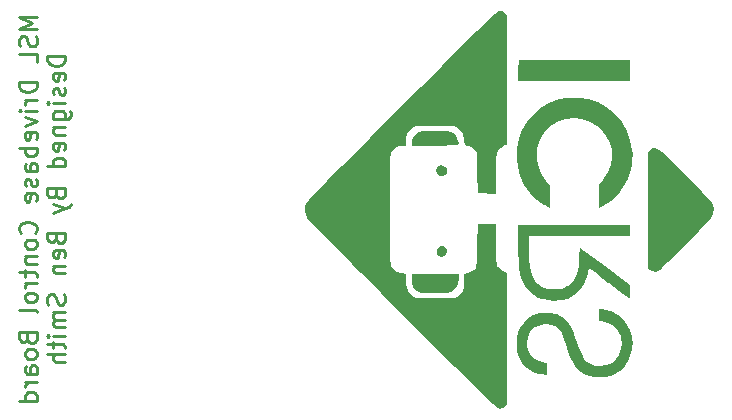
<source format=gbr>
%TF.GenerationSoftware,KiCad,Pcbnew,(6.0.5)*%
%TF.CreationDate,2023-01-28T00:33:00+00:00*%
%TF.ProjectId,Drivebase Board,44726976-6562-4617-9365-20426f617264,rev?*%
%TF.SameCoordinates,Original*%
%TF.FileFunction,Legend,Bot*%
%TF.FilePolarity,Positive*%
%FSLAX46Y46*%
G04 Gerber Fmt 4.6, Leading zero omitted, Abs format (unit mm)*
G04 Created by KiCad (PCBNEW (6.0.5)) date 2023-01-28 00:33:00*
%MOMM*%
%LPD*%
G01*
G04 APERTURE LIST*
%ADD10C,0.250000*%
G04 APERTURE END LIST*
D10*
X104371071Y-85962500D02*
X102871071Y-85962500D01*
X103942500Y-86462500D01*
X102871071Y-86962500D01*
X104371071Y-86962500D01*
X104299642Y-87605357D02*
X104371071Y-87819642D01*
X104371071Y-88176785D01*
X104299642Y-88319642D01*
X104228214Y-88391071D01*
X104085357Y-88462500D01*
X103942500Y-88462500D01*
X103799642Y-88391071D01*
X103728214Y-88319642D01*
X103656785Y-88176785D01*
X103585357Y-87891071D01*
X103513928Y-87748214D01*
X103442500Y-87676785D01*
X103299642Y-87605357D01*
X103156785Y-87605357D01*
X103013928Y-87676785D01*
X102942500Y-87748214D01*
X102871071Y-87891071D01*
X102871071Y-88248214D01*
X102942500Y-88462500D01*
X104371071Y-89819642D02*
X104371071Y-89105357D01*
X102871071Y-89105357D01*
X104371071Y-91462500D02*
X102871071Y-91462500D01*
X102871071Y-91819642D01*
X102942500Y-92033928D01*
X103085357Y-92176785D01*
X103228214Y-92248214D01*
X103513928Y-92319642D01*
X103728214Y-92319642D01*
X104013928Y-92248214D01*
X104156785Y-92176785D01*
X104299642Y-92033928D01*
X104371071Y-91819642D01*
X104371071Y-91462500D01*
X104371071Y-92962500D02*
X103371071Y-92962500D01*
X103656785Y-92962500D02*
X103513928Y-93033928D01*
X103442500Y-93105357D01*
X103371071Y-93248214D01*
X103371071Y-93391071D01*
X104371071Y-93891071D02*
X103371071Y-93891071D01*
X102871071Y-93891071D02*
X102942500Y-93819642D01*
X103013928Y-93891071D01*
X102942500Y-93962500D01*
X102871071Y-93891071D01*
X103013928Y-93891071D01*
X103371071Y-94462500D02*
X104371071Y-94819642D01*
X103371071Y-95176785D01*
X104299642Y-96319642D02*
X104371071Y-96176785D01*
X104371071Y-95891071D01*
X104299642Y-95748214D01*
X104156785Y-95676785D01*
X103585357Y-95676785D01*
X103442500Y-95748214D01*
X103371071Y-95891071D01*
X103371071Y-96176785D01*
X103442500Y-96319642D01*
X103585357Y-96391071D01*
X103728214Y-96391071D01*
X103871071Y-95676785D01*
X104371071Y-97033928D02*
X102871071Y-97033928D01*
X103442500Y-97033928D02*
X103371071Y-97176785D01*
X103371071Y-97462500D01*
X103442500Y-97605357D01*
X103513928Y-97676785D01*
X103656785Y-97748214D01*
X104085357Y-97748214D01*
X104228214Y-97676785D01*
X104299642Y-97605357D01*
X104371071Y-97462500D01*
X104371071Y-97176785D01*
X104299642Y-97033928D01*
X104371071Y-99033928D02*
X103585357Y-99033928D01*
X103442500Y-98962500D01*
X103371071Y-98819642D01*
X103371071Y-98533928D01*
X103442500Y-98391071D01*
X104299642Y-99033928D02*
X104371071Y-98891071D01*
X104371071Y-98533928D01*
X104299642Y-98391071D01*
X104156785Y-98319642D01*
X104013928Y-98319642D01*
X103871071Y-98391071D01*
X103799642Y-98533928D01*
X103799642Y-98891071D01*
X103728214Y-99033928D01*
X104299642Y-99676785D02*
X104371071Y-99819642D01*
X104371071Y-100105357D01*
X104299642Y-100248214D01*
X104156785Y-100319642D01*
X104085357Y-100319642D01*
X103942500Y-100248214D01*
X103871071Y-100105357D01*
X103871071Y-99891071D01*
X103799642Y-99748214D01*
X103656785Y-99676785D01*
X103585357Y-99676785D01*
X103442500Y-99748214D01*
X103371071Y-99891071D01*
X103371071Y-100105357D01*
X103442500Y-100248214D01*
X104299642Y-101533928D02*
X104371071Y-101391071D01*
X104371071Y-101105357D01*
X104299642Y-100962500D01*
X104156785Y-100891071D01*
X103585357Y-100891071D01*
X103442500Y-100962500D01*
X103371071Y-101105357D01*
X103371071Y-101391071D01*
X103442500Y-101533928D01*
X103585357Y-101605357D01*
X103728214Y-101605357D01*
X103871071Y-100891071D01*
X104228214Y-104248214D02*
X104299642Y-104176785D01*
X104371071Y-103962500D01*
X104371071Y-103819642D01*
X104299642Y-103605357D01*
X104156785Y-103462500D01*
X104013928Y-103391071D01*
X103728214Y-103319642D01*
X103513928Y-103319642D01*
X103228214Y-103391071D01*
X103085357Y-103462500D01*
X102942500Y-103605357D01*
X102871071Y-103819642D01*
X102871071Y-103962500D01*
X102942500Y-104176785D01*
X103013928Y-104248214D01*
X104371071Y-105105357D02*
X104299642Y-104962500D01*
X104228214Y-104891071D01*
X104085357Y-104819642D01*
X103656785Y-104819642D01*
X103513928Y-104891071D01*
X103442500Y-104962500D01*
X103371071Y-105105357D01*
X103371071Y-105319642D01*
X103442500Y-105462500D01*
X103513928Y-105533928D01*
X103656785Y-105605357D01*
X104085357Y-105605357D01*
X104228214Y-105533928D01*
X104299642Y-105462500D01*
X104371071Y-105319642D01*
X104371071Y-105105357D01*
X103371071Y-106248214D02*
X104371071Y-106248214D01*
X103513928Y-106248214D02*
X103442500Y-106319642D01*
X103371071Y-106462500D01*
X103371071Y-106676785D01*
X103442500Y-106819642D01*
X103585357Y-106891071D01*
X104371071Y-106891071D01*
X103371071Y-107391071D02*
X103371071Y-107962500D01*
X102871071Y-107605357D02*
X104156785Y-107605357D01*
X104299642Y-107676785D01*
X104371071Y-107819642D01*
X104371071Y-107962500D01*
X104371071Y-108462500D02*
X103371071Y-108462500D01*
X103656785Y-108462500D02*
X103513928Y-108533928D01*
X103442500Y-108605357D01*
X103371071Y-108748214D01*
X103371071Y-108891071D01*
X104371071Y-109605357D02*
X104299642Y-109462500D01*
X104228214Y-109391071D01*
X104085357Y-109319642D01*
X103656785Y-109319642D01*
X103513928Y-109391071D01*
X103442500Y-109462500D01*
X103371071Y-109605357D01*
X103371071Y-109819642D01*
X103442500Y-109962500D01*
X103513928Y-110033928D01*
X103656785Y-110105357D01*
X104085357Y-110105357D01*
X104228214Y-110033928D01*
X104299642Y-109962500D01*
X104371071Y-109819642D01*
X104371071Y-109605357D01*
X104371071Y-110962500D02*
X104299642Y-110819642D01*
X104156785Y-110748214D01*
X102871071Y-110748214D01*
X103585357Y-113176785D02*
X103656785Y-113391071D01*
X103728214Y-113462500D01*
X103871071Y-113533928D01*
X104085357Y-113533928D01*
X104228214Y-113462500D01*
X104299642Y-113391071D01*
X104371071Y-113248214D01*
X104371071Y-112676785D01*
X102871071Y-112676785D01*
X102871071Y-113176785D01*
X102942500Y-113319642D01*
X103013928Y-113391071D01*
X103156785Y-113462500D01*
X103299642Y-113462500D01*
X103442500Y-113391071D01*
X103513928Y-113319642D01*
X103585357Y-113176785D01*
X103585357Y-112676785D01*
X104371071Y-114391071D02*
X104299642Y-114248214D01*
X104228214Y-114176785D01*
X104085357Y-114105357D01*
X103656785Y-114105357D01*
X103513928Y-114176785D01*
X103442500Y-114248214D01*
X103371071Y-114391071D01*
X103371071Y-114605357D01*
X103442500Y-114748214D01*
X103513928Y-114819642D01*
X103656785Y-114891071D01*
X104085357Y-114891071D01*
X104228214Y-114819642D01*
X104299642Y-114748214D01*
X104371071Y-114605357D01*
X104371071Y-114391071D01*
X104371071Y-116176785D02*
X103585357Y-116176785D01*
X103442500Y-116105357D01*
X103371071Y-115962500D01*
X103371071Y-115676785D01*
X103442500Y-115533928D01*
X104299642Y-116176785D02*
X104371071Y-116033928D01*
X104371071Y-115676785D01*
X104299642Y-115533928D01*
X104156785Y-115462500D01*
X104013928Y-115462500D01*
X103871071Y-115533928D01*
X103799642Y-115676785D01*
X103799642Y-116033928D01*
X103728214Y-116176785D01*
X104371071Y-116891071D02*
X103371071Y-116891071D01*
X103656785Y-116891071D02*
X103513928Y-116962500D01*
X103442500Y-117033928D01*
X103371071Y-117176785D01*
X103371071Y-117319642D01*
X104371071Y-118462500D02*
X102871071Y-118462500D01*
X104299642Y-118462500D02*
X104371071Y-118319642D01*
X104371071Y-118033928D01*
X104299642Y-117891071D01*
X104228214Y-117819642D01*
X104085357Y-117748214D01*
X103656785Y-117748214D01*
X103513928Y-117819642D01*
X103442500Y-117891071D01*
X103371071Y-118033928D01*
X103371071Y-118319642D01*
X103442500Y-118462500D01*
X106786071Y-89248214D02*
X105286071Y-89248214D01*
X105286071Y-89605357D01*
X105357500Y-89819642D01*
X105500357Y-89962499D01*
X105643214Y-90033928D01*
X105928928Y-90105357D01*
X106143214Y-90105357D01*
X106428928Y-90033928D01*
X106571785Y-89962499D01*
X106714642Y-89819642D01*
X106786071Y-89605357D01*
X106786071Y-89248214D01*
X106714642Y-91319642D02*
X106786071Y-91176785D01*
X106786071Y-90891071D01*
X106714642Y-90748214D01*
X106571785Y-90676785D01*
X106000357Y-90676785D01*
X105857500Y-90748214D01*
X105786071Y-90891071D01*
X105786071Y-91176785D01*
X105857500Y-91319642D01*
X106000357Y-91391071D01*
X106143214Y-91391071D01*
X106286071Y-90676785D01*
X106714642Y-91962500D02*
X106786071Y-92105357D01*
X106786071Y-92391071D01*
X106714642Y-92533928D01*
X106571785Y-92605357D01*
X106500357Y-92605357D01*
X106357500Y-92533928D01*
X106286071Y-92391071D01*
X106286071Y-92176785D01*
X106214642Y-92033928D01*
X106071785Y-91962500D01*
X106000357Y-91962500D01*
X105857500Y-92033928D01*
X105786071Y-92176785D01*
X105786071Y-92391071D01*
X105857500Y-92533928D01*
X106786071Y-93248214D02*
X105786071Y-93248214D01*
X105286071Y-93248214D02*
X105357500Y-93176785D01*
X105428928Y-93248214D01*
X105357500Y-93319642D01*
X105286071Y-93248214D01*
X105428928Y-93248214D01*
X105786071Y-94605357D02*
X107000357Y-94605357D01*
X107143214Y-94533928D01*
X107214642Y-94462499D01*
X107286071Y-94319642D01*
X107286071Y-94105357D01*
X107214642Y-93962499D01*
X106714642Y-94605357D02*
X106786071Y-94462499D01*
X106786071Y-94176785D01*
X106714642Y-94033928D01*
X106643214Y-93962499D01*
X106500357Y-93891071D01*
X106071785Y-93891071D01*
X105928928Y-93962499D01*
X105857500Y-94033928D01*
X105786071Y-94176785D01*
X105786071Y-94462499D01*
X105857500Y-94605357D01*
X105786071Y-95319642D02*
X106786071Y-95319642D01*
X105928928Y-95319642D02*
X105857500Y-95391071D01*
X105786071Y-95533928D01*
X105786071Y-95748214D01*
X105857500Y-95891071D01*
X106000357Y-95962499D01*
X106786071Y-95962499D01*
X106714642Y-97248214D02*
X106786071Y-97105357D01*
X106786071Y-96819642D01*
X106714642Y-96676785D01*
X106571785Y-96605357D01*
X106000357Y-96605357D01*
X105857500Y-96676785D01*
X105786071Y-96819642D01*
X105786071Y-97105357D01*
X105857500Y-97248214D01*
X106000357Y-97319642D01*
X106143214Y-97319642D01*
X106286071Y-96605357D01*
X106786071Y-98605357D02*
X105286071Y-98605357D01*
X106714642Y-98605357D02*
X106786071Y-98462500D01*
X106786071Y-98176785D01*
X106714642Y-98033928D01*
X106643214Y-97962500D01*
X106500357Y-97891071D01*
X106071785Y-97891071D01*
X105928928Y-97962500D01*
X105857500Y-98033928D01*
X105786071Y-98176785D01*
X105786071Y-98462500D01*
X105857500Y-98605357D01*
X106000357Y-100962499D02*
X106071785Y-101176785D01*
X106143214Y-101248214D01*
X106286071Y-101319642D01*
X106500357Y-101319642D01*
X106643214Y-101248214D01*
X106714642Y-101176785D01*
X106786071Y-101033928D01*
X106786071Y-100462499D01*
X105286071Y-100462499D01*
X105286071Y-100962499D01*
X105357500Y-101105357D01*
X105428928Y-101176785D01*
X105571785Y-101248214D01*
X105714642Y-101248214D01*
X105857500Y-101176785D01*
X105928928Y-101105357D01*
X106000357Y-100962499D01*
X106000357Y-100462499D01*
X105786071Y-101819642D02*
X106786071Y-102176785D01*
X105786071Y-102533928D02*
X106786071Y-102176785D01*
X107143214Y-102033928D01*
X107214642Y-101962499D01*
X107286071Y-101819642D01*
X106000357Y-104748214D02*
X106071785Y-104962499D01*
X106143214Y-105033928D01*
X106286071Y-105105357D01*
X106500357Y-105105357D01*
X106643214Y-105033928D01*
X106714642Y-104962499D01*
X106786071Y-104819642D01*
X106786071Y-104248214D01*
X105286071Y-104248214D01*
X105286071Y-104748214D01*
X105357500Y-104891071D01*
X105428928Y-104962499D01*
X105571785Y-105033928D01*
X105714642Y-105033928D01*
X105857500Y-104962499D01*
X105928928Y-104891071D01*
X106000357Y-104748214D01*
X106000357Y-104248214D01*
X106714642Y-106319642D02*
X106786071Y-106176785D01*
X106786071Y-105891071D01*
X106714642Y-105748214D01*
X106571785Y-105676785D01*
X106000357Y-105676785D01*
X105857500Y-105748214D01*
X105786071Y-105891071D01*
X105786071Y-106176785D01*
X105857500Y-106319642D01*
X106000357Y-106391071D01*
X106143214Y-106391071D01*
X106286071Y-105676785D01*
X105786071Y-107033928D02*
X106786071Y-107033928D01*
X105928928Y-107033928D02*
X105857500Y-107105357D01*
X105786071Y-107248214D01*
X105786071Y-107462499D01*
X105857500Y-107605357D01*
X106000357Y-107676785D01*
X106786071Y-107676785D01*
X106714642Y-109462499D02*
X106786071Y-109676785D01*
X106786071Y-110033928D01*
X106714642Y-110176785D01*
X106643214Y-110248214D01*
X106500357Y-110319642D01*
X106357500Y-110319642D01*
X106214642Y-110248214D01*
X106143214Y-110176785D01*
X106071785Y-110033928D01*
X106000357Y-109748214D01*
X105928928Y-109605357D01*
X105857500Y-109533928D01*
X105714642Y-109462499D01*
X105571785Y-109462499D01*
X105428928Y-109533928D01*
X105357500Y-109605357D01*
X105286071Y-109748214D01*
X105286071Y-110105357D01*
X105357500Y-110319642D01*
X106786071Y-110962499D02*
X105786071Y-110962499D01*
X105928928Y-110962499D02*
X105857500Y-111033928D01*
X105786071Y-111176785D01*
X105786071Y-111391071D01*
X105857500Y-111533928D01*
X106000357Y-111605357D01*
X106786071Y-111605357D01*
X106000357Y-111605357D02*
X105857500Y-111676785D01*
X105786071Y-111819642D01*
X105786071Y-112033928D01*
X105857500Y-112176785D01*
X106000357Y-112248214D01*
X106786071Y-112248214D01*
X106786071Y-112962499D02*
X105786071Y-112962499D01*
X105286071Y-112962499D02*
X105357500Y-112891071D01*
X105428928Y-112962499D01*
X105357500Y-113033928D01*
X105286071Y-112962499D01*
X105428928Y-112962499D01*
X105786071Y-113462499D02*
X105786071Y-114033928D01*
X105286071Y-113676785D02*
X106571785Y-113676785D01*
X106714642Y-113748214D01*
X106786071Y-113891071D01*
X106786071Y-114033928D01*
X106786071Y-114533928D02*
X105286071Y-114533928D01*
X106786071Y-115176785D02*
X106000357Y-115176785D01*
X105857500Y-115105357D01*
X105786071Y-114962499D01*
X105786071Y-114748214D01*
X105857500Y-114605357D01*
X105928928Y-114533928D01*
%TO.C,G\u002A\u002A\u002A*%
G36*
X150367026Y-92809574D02*
G01*
X151164523Y-92936265D01*
X151893598Y-93188787D01*
X152573587Y-93574822D01*
X153223831Y-94102051D01*
X153400069Y-94274267D01*
X153920636Y-94899328D01*
X154321995Y-95593891D01*
X154611789Y-96373259D01*
X154797664Y-97252736D01*
X154822994Y-97466559D01*
X154831830Y-97730962D01*
X154812662Y-98034400D01*
X154763944Y-98430879D01*
X154668170Y-98928620D01*
X154411045Y-99694188D01*
X154038150Y-100398271D01*
X153562135Y-101022383D01*
X152995649Y-101548038D01*
X152351342Y-101956748D01*
X151989941Y-102139884D01*
X151989941Y-100093847D01*
X152301027Y-99744149D01*
X152387241Y-99643299D01*
X152758163Y-99081799D01*
X152994103Y-98478269D01*
X153095650Y-97851701D01*
X153063390Y-97221090D01*
X152897911Y-96605429D01*
X152599799Y-96023711D01*
X152169642Y-95494928D01*
X151816031Y-95187431D01*
X151229111Y-94837988D01*
X150581091Y-94623768D01*
X149882800Y-94549248D01*
X149864441Y-94549217D01*
X149197357Y-94617382D01*
X148576380Y-94811347D01*
X148017780Y-95117470D01*
X147537827Y-95522110D01*
X147152791Y-96011623D01*
X146878942Y-96572367D01*
X146732550Y-97190701D01*
X146712880Y-97395085D01*
X146725560Y-98100886D01*
X146866328Y-98749162D01*
X147131548Y-99327716D01*
X147517586Y-99824354D01*
X147856805Y-100168433D01*
X147856805Y-102147526D01*
X147391305Y-101898208D01*
X147362305Y-101882294D01*
X147069004Y-101692680D01*
X146747473Y-101445839D01*
X146462260Y-101190912D01*
X146149178Y-100851360D01*
X145674301Y-100177339D01*
X145325513Y-99448771D01*
X145102910Y-98682547D01*
X145006590Y-97895560D01*
X145036647Y-97104704D01*
X145193179Y-96326870D01*
X145476282Y-95578951D01*
X145886052Y-94877841D01*
X146422587Y-94240431D01*
X146933539Y-93781909D01*
X147601806Y-93333711D01*
X148312401Y-93023478D01*
X149081024Y-92844709D01*
X149923373Y-92790903D01*
X150367026Y-92809574D01*
G37*
G36*
X143736186Y-85481502D02*
G01*
X143990102Y-85638965D01*
X144174556Y-85823420D01*
X144174556Y-96791721D01*
X144005473Y-96842996D01*
X143842896Y-96921110D01*
X143660168Y-97054717D01*
X143646628Y-97067096D01*
X143529299Y-97183593D01*
X143439417Y-97304055D01*
X143373343Y-97449384D01*
X143327440Y-97640483D01*
X143298070Y-97898254D01*
X143281595Y-98243600D01*
X143274378Y-98697424D01*
X143272781Y-99280627D01*
X143272781Y-100940243D01*
X141732249Y-100897411D01*
X141694675Y-99151499D01*
X141657101Y-97405586D01*
X141419452Y-97168106D01*
X141203283Y-97000950D01*
X140893416Y-96884057D01*
X140605030Y-96837488D01*
X140567456Y-96374186D01*
X140559951Y-96295138D01*
X140475207Y-95910136D01*
X140301146Y-95607817D01*
X140012479Y-95341107D01*
X139958949Y-95303915D01*
X139877109Y-95262678D01*
X139768334Y-95232357D01*
X139612065Y-95211285D01*
X139387742Y-95197797D01*
X139074805Y-95190226D01*
X138652694Y-95186905D01*
X138100850Y-95186168D01*
X138030718Y-95186170D01*
X137497645Y-95186767D01*
X137091472Y-95189767D01*
X136791205Y-95197105D01*
X136575852Y-95210717D01*
X136424424Y-95232537D01*
X136315926Y-95264501D01*
X136229368Y-95308545D01*
X136143758Y-95366604D01*
X136082327Y-95414420D01*
X135834160Y-95711424D01*
X135669865Y-96094284D01*
X135609343Y-96520044D01*
X135607692Y-96876997D01*
X135299908Y-96876997D01*
X135021712Y-96910968D01*
X134687941Y-97071248D01*
X134434298Y-97356857D01*
X134406934Y-97407161D01*
X134381916Y-97472060D01*
X134360830Y-97559964D01*
X134343343Y-97682444D01*
X134329120Y-97851073D01*
X134317825Y-98077422D01*
X134309123Y-98373063D01*
X134302679Y-98749568D01*
X134298158Y-99218509D01*
X134295226Y-99791459D01*
X134293546Y-100479988D01*
X134292783Y-101295669D01*
X134292604Y-102250074D01*
X134292670Y-102798274D01*
X134293253Y-103677314D01*
X134294699Y-104424005D01*
X134297319Y-105049893D01*
X134301427Y-105566528D01*
X134307336Y-105985456D01*
X134315357Y-106318226D01*
X134325805Y-106576386D01*
X134338992Y-106771483D01*
X134355231Y-106915065D01*
X134374834Y-107018681D01*
X134398114Y-107093878D01*
X134425385Y-107152204D01*
X134574509Y-107350966D01*
X134877046Y-107551000D01*
X135299212Y-107668180D01*
X135607692Y-107717508D01*
X135607692Y-108255589D01*
X135614672Y-108457315D01*
X135706492Y-108952023D01*
X135902844Y-109345788D01*
X136201202Y-109632751D01*
X136262921Y-109672145D01*
X136354295Y-109718624D01*
X136464817Y-109752505D01*
X136616345Y-109775776D01*
X136830736Y-109790419D01*
X137129849Y-109798421D01*
X137535540Y-109801766D01*
X138069668Y-109802440D01*
X138306847Y-109802320D01*
X138789095Y-109800396D01*
X139152465Y-109794657D01*
X139419238Y-109783232D01*
X139611694Y-109764253D01*
X139752114Y-109735849D01*
X139862778Y-109696150D01*
X139965969Y-109643286D01*
X140240286Y-109437803D01*
X140429113Y-109161030D01*
X140534636Y-108794240D01*
X140567456Y-108314008D01*
X140567456Y-107710240D01*
X140811686Y-107657645D01*
X141058501Y-107587028D01*
X141368220Y-107428985D01*
X141560938Y-107227846D01*
X141565345Y-107219388D01*
X141601148Y-107083183D01*
X141631388Y-106831093D01*
X141656659Y-106454522D01*
X141677557Y-105944878D01*
X141694675Y-105293565D01*
X141732249Y-103527588D01*
X142502515Y-103506173D01*
X143272781Y-103484757D01*
X143272781Y-105167101D01*
X143273228Y-105663998D01*
X143275907Y-106093396D01*
X143282700Y-106412846D01*
X143295488Y-106643602D01*
X143316151Y-106806919D01*
X143346568Y-106924052D01*
X143388622Y-107016257D01*
X143444191Y-107104789D01*
X143466266Y-107135836D01*
X143665101Y-107345092D01*
X143894875Y-107510429D01*
X144174150Y-107660725D01*
X144174353Y-113206300D01*
X144174556Y-118751876D01*
X143990102Y-118936330D01*
X143841616Y-119048700D01*
X143558841Y-119120784D01*
X143545060Y-119120030D01*
X143501826Y-119109146D01*
X143444844Y-119081416D01*
X143368980Y-119031866D01*
X143269102Y-118955519D01*
X143140076Y-118847400D01*
X142976769Y-118702534D01*
X142774048Y-118515946D01*
X142526779Y-118282659D01*
X142229829Y-117997699D01*
X141878065Y-117656090D01*
X141466353Y-117252857D01*
X140989560Y-116783024D01*
X140442554Y-116241616D01*
X139820199Y-115623657D01*
X139117365Y-114924172D01*
X138328916Y-114138186D01*
X137449720Y-113260723D01*
X136474643Y-112286807D01*
X135398552Y-111211464D01*
X135285926Y-111098886D01*
X134375686Y-110188215D01*
X133493053Y-109303737D01*
X132644093Y-108451596D01*
X131834873Y-107637938D01*
X131071460Y-106868908D01*
X130359919Y-106150651D01*
X129706316Y-105489314D01*
X129116719Y-104891040D01*
X128597193Y-104361976D01*
X128153804Y-103908267D01*
X127792619Y-103536057D01*
X127519704Y-103251493D01*
X127341126Y-103060720D01*
X127262950Y-102969882D01*
X127228618Y-102916087D01*
X127067045Y-102518560D01*
X127052512Y-102108585D01*
X127185995Y-101702257D01*
X127250831Y-101622196D01*
X127417650Y-101440144D01*
X127680293Y-101163049D01*
X128033263Y-100796494D01*
X128471063Y-100346062D01*
X128988196Y-99817336D01*
X129579165Y-99215901D01*
X130238472Y-98547339D01*
X130960621Y-97817234D01*
X131740114Y-97031169D01*
X132571455Y-96194728D01*
X133449146Y-95313493D01*
X134367690Y-94393049D01*
X135321590Y-93438979D01*
X135843403Y-92917592D01*
X136876824Y-91885320D01*
X137811595Y-90952157D01*
X138652825Y-90113152D01*
X139405621Y-89363355D01*
X140075092Y-88697813D01*
X140666344Y-88111576D01*
X141184486Y-87599694D01*
X141634625Y-87157214D01*
X142021870Y-86779185D01*
X142351328Y-86460658D01*
X142628107Y-86196680D01*
X142857315Y-85982300D01*
X143044059Y-85812568D01*
X143193448Y-85682533D01*
X143310589Y-85587242D01*
X143400590Y-85521746D01*
X143468560Y-85481093D01*
X143519604Y-85460332D01*
X143558833Y-85454511D01*
X143736186Y-85481502D01*
G37*
G36*
X139002219Y-105493082D02*
G01*
X139099757Y-105624585D01*
X139128712Y-105854621D01*
X139022662Y-106103471D01*
X138861785Y-106235393D01*
X138654715Y-106265340D01*
X138452420Y-106198093D01*
X138298829Y-106048813D01*
X138237870Y-105832657D01*
X138253894Y-105707688D01*
X138369112Y-105506775D01*
X138560235Y-105391599D01*
X138785269Y-105380815D01*
X139002219Y-105493082D01*
G37*
G36*
X154620118Y-104542085D02*
G01*
X146053255Y-104542085D01*
X146053255Y-105710831D01*
X146069977Y-106462587D01*
X146124513Y-107092396D01*
X146222289Y-107605678D01*
X146368724Y-108017633D01*
X146569240Y-108343462D01*
X146829260Y-108598365D01*
X147154205Y-108797543D01*
X147167404Y-108804007D01*
X147413447Y-108913097D01*
X147634014Y-108976329D01*
X147887562Y-109005309D01*
X148232544Y-109011644D01*
X148316935Y-109011187D01*
X148627590Y-109000648D01*
X148854969Y-108967508D01*
X149053886Y-108899961D01*
X149279156Y-108786200D01*
X149388865Y-108722378D01*
X149670961Y-108508828D01*
X149891513Y-108245356D01*
X150058836Y-107912152D01*
X150181248Y-107489408D01*
X150267064Y-106957317D01*
X150324600Y-106296070D01*
X150374260Y-105508251D01*
X152492342Y-107072949D01*
X154610424Y-108637648D01*
X154615271Y-109220044D01*
X154615541Y-109288871D01*
X154610338Y-109550106D01*
X154596629Y-109733336D01*
X154576799Y-109802440D01*
X154573268Y-109801206D01*
X154486290Y-109743586D01*
X154297947Y-109608191D01*
X154023786Y-109406525D01*
X153679355Y-109150090D01*
X153280203Y-108850388D01*
X152841876Y-108518923D01*
X152762554Y-108458779D01*
X152331894Y-108133770D01*
X151944472Y-107843901D01*
X151615529Y-107600391D01*
X151360305Y-107414457D01*
X151194040Y-107297319D01*
X151131972Y-107260195D01*
X151114683Y-107314169D01*
X151073549Y-107480300D01*
X151020876Y-107714880D01*
X150942703Y-108014857D01*
X150690535Y-108617586D01*
X150337495Y-109127045D01*
X149894088Y-109529880D01*
X149370817Y-109812734D01*
X149173793Y-109881209D01*
X148913299Y-109939890D01*
X148603788Y-109969905D01*
X148194971Y-109978336D01*
X147725692Y-109961931D01*
X147244409Y-109888224D01*
X146836191Y-109741583D01*
X146462356Y-109507197D01*
X146084224Y-109170259D01*
X145950341Y-109029278D01*
X145732274Y-108753823D01*
X145556044Y-108451291D01*
X145417660Y-108104173D01*
X145313134Y-107694958D01*
X145238475Y-107206134D01*
X145189693Y-106620192D01*
X145162798Y-105919620D01*
X145153800Y-105086908D01*
X145151479Y-103565162D01*
X154620118Y-103565162D01*
X154620118Y-104542085D01*
G37*
G36*
X152367719Y-110728023D02*
G01*
X152468965Y-110742379D01*
X153031138Y-110904334D01*
X153562494Y-111189962D01*
X154021059Y-111577690D01*
X154378252Y-112022067D01*
X154619723Y-112497595D01*
X154760850Y-113042876D01*
X154796740Y-113263313D01*
X154825723Y-113487693D01*
X154830180Y-113669355D01*
X154810445Y-113869828D01*
X154766851Y-114150642D01*
X154720867Y-114376863D01*
X154504332Y-114970689D01*
X154169721Y-115494176D01*
X153732235Y-115926882D01*
X153207074Y-116248363D01*
X153198697Y-116252197D01*
X152888446Y-116369970D01*
X152556879Y-116439729D01*
X152140237Y-116475017D01*
X151699178Y-116471395D01*
X151158166Y-116375286D01*
X150682648Y-116164255D01*
X150244621Y-115828753D01*
X150147054Y-115732376D01*
X149937716Y-115480030D01*
X149747264Y-115172915D01*
X149564049Y-114787795D01*
X149376422Y-114301431D01*
X149172734Y-113690586D01*
X149056731Y-113344029D01*
X148930677Y-113004329D01*
X148816558Y-112731619D01*
X148729570Y-112564512D01*
X148702649Y-112526144D01*
X148397753Y-112231640D01*
X148002049Y-112047421D01*
X147535012Y-111982967D01*
X147304354Y-111993094D01*
X146819047Y-112101695D01*
X146429056Y-112323548D01*
X146141578Y-112651531D01*
X145963813Y-113078526D01*
X145902959Y-113597411D01*
X145925823Y-113916080D01*
X146063208Y-114378441D01*
X146321103Y-114752274D01*
X146695368Y-115032345D01*
X147181861Y-115213424D01*
X147556213Y-115303230D01*
X147556213Y-116286097D01*
X147166240Y-116239911D01*
X146912305Y-116193552D01*
X146387225Y-115994734D01*
X145907549Y-115677604D01*
X145502461Y-115263911D01*
X145201144Y-114775405D01*
X145179444Y-114727052D01*
X145108845Y-114530751D01*
X145065886Y-114311549D01*
X145044534Y-114027081D01*
X145038757Y-113634985D01*
X145040687Y-113361344D01*
X145053788Y-113062350D01*
X145085632Y-112837760D01*
X145143521Y-112642781D01*
X145234757Y-112432618D01*
X145309001Y-112290539D01*
X145615977Y-111860431D01*
X146001690Y-111486725D01*
X146420620Y-111216116D01*
X146509128Y-111177282D01*
X146926876Y-111062902D01*
X147409708Y-111013136D01*
X147899929Y-111030903D01*
X148339843Y-111119116D01*
X148403236Y-111140344D01*
X148874016Y-111381757D01*
X149283765Y-111738377D01*
X149597250Y-112180466D01*
X149602557Y-112190535D01*
X149703668Y-112411469D01*
X149832389Y-112731803D01*
X149972739Y-113110149D01*
X150108739Y-113505124D01*
X150292482Y-114024122D01*
X150516467Y-114537569D01*
X150750913Y-114926414D01*
X151009266Y-115204469D01*
X151304972Y-115385548D01*
X151651476Y-115483465D01*
X152062225Y-115512033D01*
X152073721Y-115511966D01*
X152607103Y-115441629D01*
X153066738Y-115251059D01*
X153440539Y-114956861D01*
X153716416Y-114575643D01*
X153882281Y-114124009D01*
X153926045Y-113618567D01*
X153835620Y-113075921D01*
X153807141Y-112985502D01*
X153578783Y-112529107D01*
X153235406Y-112167188D01*
X152775260Y-111898299D01*
X152196598Y-111720996D01*
X152156075Y-111712208D01*
X152062325Y-111676279D01*
X152012749Y-111600206D01*
X151993302Y-111447277D01*
X151989941Y-111180778D01*
X151989941Y-110683281D01*
X152367719Y-110728023D01*
G37*
G36*
X140116287Y-108130399D02*
G01*
X140115761Y-108177064D01*
X140050231Y-108607482D01*
X139871064Y-108945190D01*
X139572433Y-109201663D01*
X139468405Y-109256790D01*
X139342929Y-109298168D01*
X139174275Y-109325506D01*
X138935671Y-109341603D01*
X138600344Y-109349259D01*
X138141521Y-109351272D01*
X137816697Y-109349682D01*
X137348389Y-109336425D01*
X136995118Y-109305042D01*
X136734561Y-109249940D01*
X136544395Y-109165528D01*
X136402299Y-109046212D01*
X136285950Y-108886400D01*
X136236956Y-108794863D01*
X136158090Y-108527977D01*
X136134009Y-108167973D01*
X136133728Y-107698298D01*
X140116568Y-107698298D01*
X140116287Y-108130399D01*
G37*
G36*
X157009797Y-97135056D02*
G01*
X157097552Y-97204300D01*
X157278751Y-97368746D01*
X157537382Y-97613359D01*
X157859380Y-97924080D01*
X158230681Y-98286851D01*
X158637220Y-98687612D01*
X159064933Y-99112306D01*
X159499754Y-99546874D01*
X159927619Y-99977257D01*
X160334464Y-100389397D01*
X160706224Y-100769236D01*
X161028833Y-101102713D01*
X161288228Y-101375772D01*
X161470344Y-101574353D01*
X161561115Y-101684398D01*
X161659537Y-101919410D01*
X161688368Y-102263838D01*
X161623089Y-102629768D01*
X161467290Y-102968053D01*
X161451801Y-102990103D01*
X161326428Y-103140552D01*
X161109995Y-103379389D01*
X160815473Y-103693062D01*
X160455830Y-104068019D01*
X160044037Y-104490708D01*
X159593063Y-104947577D01*
X159115876Y-105425074D01*
X158594025Y-105943274D01*
X158149039Y-106382632D01*
X157788668Y-106734290D01*
X157502088Y-107007865D01*
X157278474Y-107212971D01*
X157107003Y-107359223D01*
X156976850Y-107456237D01*
X156877192Y-107513628D01*
X156797204Y-107541012D01*
X156726063Y-107548003D01*
X156542253Y-107521090D01*
X156297003Y-107384607D01*
X156123077Y-107221212D01*
X156123077Y-97396201D01*
X156307531Y-97211747D01*
X156491324Y-97075675D01*
X156729462Y-97037254D01*
X157009797Y-97135056D01*
G37*
G36*
X138320402Y-95637416D02*
G01*
X138802437Y-95643962D01*
X139165455Y-95664031D01*
X139432066Y-95704447D01*
X139624884Y-95772030D01*
X139766520Y-95873603D01*
X139879587Y-96015988D01*
X139986695Y-96206007D01*
X140001215Y-96235483D01*
X140078724Y-96459470D01*
X140099417Y-96651553D01*
X140078994Y-96839423D01*
X138106361Y-96859457D01*
X136133728Y-96879492D01*
X136133728Y-96611495D01*
X136157817Y-96385467D01*
X136302166Y-96042373D01*
X136561988Y-95779724D01*
X136592860Y-95759807D01*
X136688910Y-95713011D01*
X136815013Y-95679723D01*
X136995213Y-95657712D01*
X137253557Y-95644750D01*
X137614087Y-95638608D01*
X138100850Y-95637056D01*
X138320402Y-95637416D01*
G37*
G36*
X154620118Y-91391198D02*
G01*
X145146710Y-91391198D01*
X145167882Y-90508210D01*
X145189053Y-89625222D01*
X149904586Y-89605870D01*
X154620118Y-89586518D01*
X154620118Y-91391198D01*
G37*
G36*
X138780933Y-98549970D02*
G01*
X138996379Y-98649334D01*
X139103813Y-98824184D01*
X139137827Y-99053238D01*
X139082133Y-99251693D01*
X138977142Y-99359686D01*
X138747942Y-99454516D01*
X138504884Y-99433546D01*
X138398480Y-99379100D01*
X138243742Y-99207838D01*
X138191229Y-98997909D01*
X138236474Y-98790075D01*
X138375011Y-98625102D01*
X138602375Y-98543753D01*
X138780933Y-98549970D01*
G37*
%TD*%
M02*

</source>
